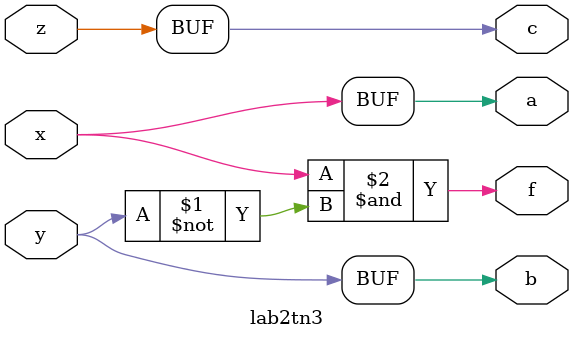
<source format=sv>
module lab2tn3(
  input x,y,z,
  output f,a,b,c
);
  assign f = x & (~y);
  assign a = x;
  assign b = y;
  assign c = z;
  
endmodule
</source>
